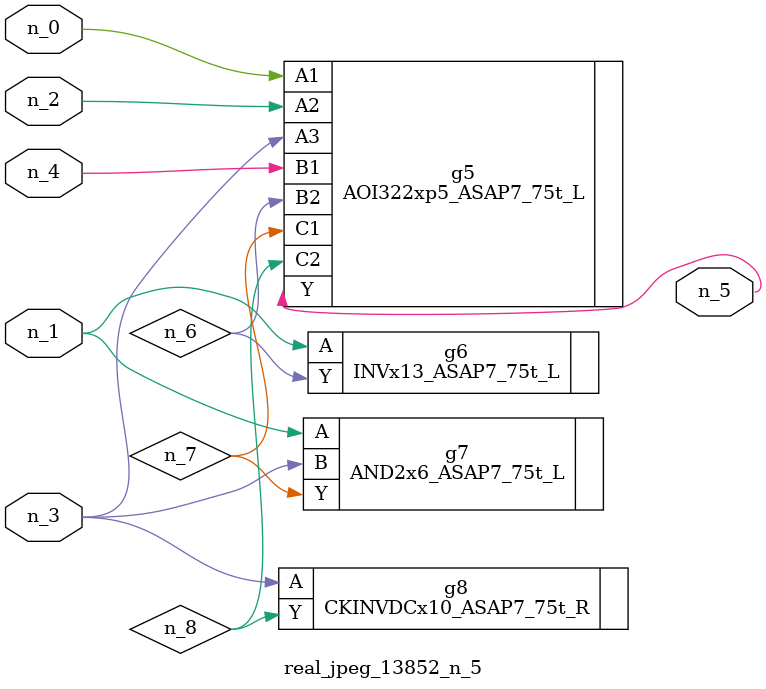
<source format=v>
module real_jpeg_13852_n_5 (n_4, n_0, n_1, n_2, n_3, n_5);

input n_4;
input n_0;
input n_1;
input n_2;
input n_3;

output n_5;

wire n_8;
wire n_6;
wire n_7;

AOI322xp5_ASAP7_75t_L g5 ( 
.A1(n_0),
.A2(n_2),
.A3(n_3),
.B1(n_4),
.B2(n_6),
.C1(n_7),
.C2(n_8),
.Y(n_5)
);

INVx13_ASAP7_75t_L g6 ( 
.A(n_1),
.Y(n_6)
);

AND2x6_ASAP7_75t_L g7 ( 
.A(n_1),
.B(n_3),
.Y(n_7)
);

CKINVDCx10_ASAP7_75t_R g8 ( 
.A(n_3),
.Y(n_8)
);


endmodule
</source>
